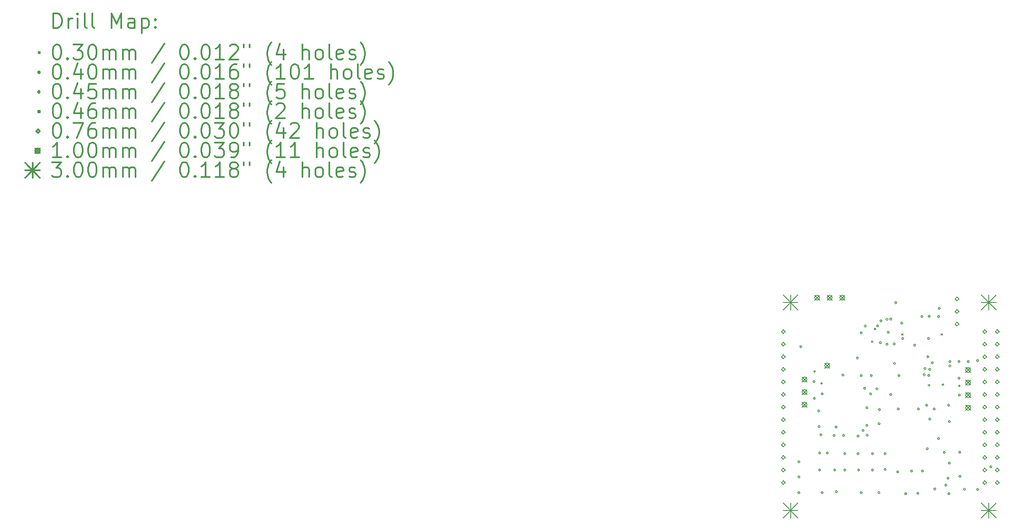
<source format=gbr>
%FSLAX45Y45*%
G04 Gerber Fmt 4.5, Leading zero omitted, Abs format (unit mm)*
G04 Created by KiCad (PCBNEW 4.0.7-e2-6376~61~ubuntu18.04.1) date Wed Aug  1 14:15:46 2018*
%MOMM*%
%LPD*%
G01*
G04 APERTURE LIST*
%ADD10C,0.127000*%
%ADD11C,0.200000*%
%ADD12C,0.300000*%
G04 APERTURE END LIST*
D10*
D11*
X16780750Y-6779500D02*
X16810750Y-6809500D01*
X16810750Y-6779500D02*
X16780750Y-6809500D01*
X16837900Y-6519150D02*
X16867900Y-6549150D01*
X16867900Y-6519150D02*
X16837900Y-6549150D01*
X17390350Y-6633450D02*
X17420350Y-6663450D01*
X17420350Y-6633450D02*
X17390350Y-6663450D01*
X18184100Y-6633450D02*
X18214100Y-6663450D01*
X18214100Y-6633450D02*
X18184100Y-6663450D01*
X15336200Y-9220200D02*
G75*
G03X15336200Y-9220200I-20000J0D01*
G01*
X15336200Y-9525000D02*
G75*
G03X15336200Y-9525000I-20000J0D01*
G01*
X15336200Y-9842500D02*
G75*
G03X15336200Y-9842500I-20000J0D01*
G01*
X15374300Y-6896100D02*
G75*
G03X15374300Y-6896100I-20000J0D01*
G01*
X15641000Y-7600950D02*
G75*
G03X15641000Y-7600950I-20000J0D01*
G01*
X15647350Y-7937500D02*
G75*
G03X15647350Y-7937500I-20000J0D01*
G01*
X15736250Y-8191500D02*
G75*
G03X15736250Y-8191500I-20000J0D01*
G01*
X15742600Y-8509000D02*
G75*
G03X15742600Y-8509000I-20000J0D01*
G01*
X15755300Y-9042400D02*
G75*
G03X15755300Y-9042400I-20000J0D01*
G01*
X15755300Y-9385300D02*
G75*
G03X15755300Y-9385300I-20000J0D01*
G01*
X15780700Y-8674100D02*
G75*
G03X15780700Y-8674100I-20000J0D01*
G01*
X15806100Y-7848600D02*
G75*
G03X15806100Y-7848600I-20000J0D01*
G01*
X15806100Y-9842500D02*
G75*
G03X15806100Y-9842500I-20000J0D01*
G01*
X15907700Y-9042400D02*
G75*
G03X15907700Y-9042400I-20000J0D01*
G01*
X16047400Y-8686800D02*
G75*
G03X16047400Y-8686800I-20000J0D01*
G01*
X16060100Y-9385300D02*
G75*
G03X16060100Y-9385300I-20000J0D01*
G01*
X16085500Y-8515350D02*
G75*
G03X16085500Y-8515350I-20000J0D01*
G01*
X16091850Y-9823450D02*
G75*
G03X16091850Y-9823450I-20000J0D01*
G01*
X16225200Y-7467600D02*
G75*
G03X16225200Y-7467600I-20000J0D01*
G01*
X16237900Y-8686800D02*
G75*
G03X16237900Y-8686800I-20000J0D01*
G01*
X16263300Y-9055100D02*
G75*
G03X16263300Y-9055100I-20000J0D01*
G01*
X16263300Y-9385300D02*
G75*
G03X16263300Y-9385300I-20000J0D01*
G01*
X16517300Y-7124700D02*
G75*
G03X16517300Y-7124700I-20000J0D01*
G01*
X16530000Y-8699500D02*
G75*
G03X16530000Y-8699500I-20000J0D01*
G01*
X16530000Y-9055100D02*
G75*
G03X16530000Y-9055100I-20000J0D01*
G01*
X16542700Y-9385300D02*
G75*
G03X16542700Y-9385300I-20000J0D01*
G01*
X16593500Y-6616700D02*
G75*
G03X16593500Y-6616700I-20000J0D01*
G01*
X16593500Y-7480300D02*
G75*
G03X16593500Y-7480300I-20000J0D01*
G01*
X16593500Y-9842500D02*
G75*
G03X16593500Y-9842500I-20000J0D01*
G01*
X16631600Y-8585200D02*
G75*
G03X16631600Y-8585200I-20000J0D01*
G01*
X16663350Y-7734300D02*
G75*
G03X16663350Y-7734300I-20000J0D01*
G01*
X16676050Y-6477000D02*
G75*
G03X16676050Y-6477000I-20000J0D01*
G01*
X16707800Y-8128000D02*
G75*
G03X16707800Y-8128000I-20000J0D01*
G01*
X16707800Y-8483600D02*
G75*
G03X16707800Y-8483600I-20000J0D01*
G01*
X16714150Y-8680450D02*
G75*
G03X16714150Y-8680450I-20000J0D01*
G01*
X16784000Y-7848600D02*
G75*
G03X16784000Y-7848600I-20000J0D01*
G01*
X16796700Y-7480300D02*
G75*
G03X16796700Y-7480300I-20000J0D01*
G01*
X16822100Y-9055100D02*
G75*
G03X16822100Y-9055100I-20000J0D01*
G01*
X16822100Y-9385300D02*
G75*
G03X16822100Y-9385300I-20000J0D01*
G01*
X16911000Y-7747000D02*
G75*
G03X16911000Y-7747000I-20000J0D01*
G01*
X16923700Y-6477000D02*
G75*
G03X16923700Y-6477000I-20000J0D01*
G01*
X16951100Y-9840500D02*
G75*
G03X16951100Y-9840500I-20000J0D01*
G01*
X16955450Y-8451850D02*
G75*
G03X16955450Y-8451850I-20000J0D01*
G01*
X16961800Y-8166100D02*
G75*
G03X16961800Y-8166100I-20000J0D01*
G01*
X16980850Y-6813550D02*
G75*
G03X16980850Y-6813550I-20000J0D01*
G01*
X16993550Y-6375400D02*
G75*
G03X16993550Y-6375400I-20000J0D01*
G01*
X17076100Y-9055100D02*
G75*
G03X17076100Y-9055100I-20000J0D01*
G01*
X17076100Y-9372600D02*
G75*
G03X17076100Y-9372600I-20000J0D01*
G01*
X17114200Y-6343650D02*
G75*
G03X17114200Y-6343650I-20000J0D01*
G01*
X17114200Y-6845300D02*
G75*
G03X17114200Y-6845300I-20000J0D01*
G01*
X17139600Y-6604000D02*
G75*
G03X17139600Y-6604000I-20000J0D01*
G01*
X17190400Y-6337300D02*
G75*
G03X17190400Y-6337300I-20000J0D01*
G01*
X17190400Y-7861300D02*
G75*
G03X17190400Y-7861300I-20000J0D01*
G01*
X17260250Y-6838950D02*
G75*
G03X17260250Y-6838950I-20000J0D01*
G01*
X17266600Y-7232650D02*
G75*
G03X17266600Y-7232650I-20000J0D01*
G01*
X17292000Y-6007100D02*
G75*
G03X17292000Y-6007100I-20000J0D01*
G01*
X17330100Y-9423400D02*
G75*
G03X17330100Y-9423400I-20000J0D01*
G01*
X17342800Y-8153400D02*
G75*
G03X17342800Y-8153400I-20000J0D01*
G01*
X17355500Y-7480300D02*
G75*
G03X17355500Y-7480300I-20000J0D01*
G01*
X17412650Y-6419850D02*
G75*
G03X17412650Y-6419850I-20000J0D01*
G01*
X17431700Y-6731000D02*
G75*
G03X17431700Y-6731000I-20000J0D01*
G01*
X17609500Y-9404350D02*
G75*
G03X17609500Y-9404350I-20000J0D01*
G01*
X17673000Y-6864350D02*
G75*
G03X17673000Y-6864350I-20000J0D01*
G01*
X17736500Y-9855200D02*
G75*
G03X17736500Y-9855200I-20000J0D01*
G01*
X17749200Y-8153400D02*
G75*
G03X17749200Y-8153400I-20000J0D01*
G01*
X17819050Y-6286500D02*
G75*
G03X17819050Y-6286500I-20000J0D01*
G01*
X17831750Y-9404350D02*
G75*
G03X17831750Y-9404350I-20000J0D01*
G01*
X17863500Y-7461250D02*
G75*
G03X17863500Y-7461250I-20000J0D01*
G01*
X17882550Y-7334250D02*
G75*
G03X17882550Y-7334250I-20000J0D01*
G01*
X17914300Y-8077200D02*
G75*
G03X17914300Y-8077200I-20000J0D01*
G01*
X17927000Y-8955500D02*
G75*
G03X17927000Y-8955500I-20000J0D01*
G01*
X17939700Y-7099300D02*
G75*
G03X17939700Y-7099300I-20000J0D01*
G01*
X17952400Y-6731000D02*
G75*
G03X17952400Y-6731000I-20000J0D01*
G01*
X17958750Y-7473950D02*
G75*
G03X17958750Y-7473950I-20000J0D01*
G01*
X17965100Y-6280150D02*
G75*
G03X17965100Y-6280150I-20000J0D01*
G01*
X17977800Y-7353300D02*
G75*
G03X17977800Y-7353300I-20000J0D01*
G01*
X17977800Y-8356600D02*
G75*
G03X17977800Y-8356600I-20000J0D01*
G01*
X18028600Y-7219950D02*
G75*
G03X18028600Y-7219950I-20000J0D01*
G01*
X18066700Y-8153400D02*
G75*
G03X18066700Y-8153400I-20000J0D01*
G01*
X18079400Y-9766300D02*
G75*
G03X18079400Y-9766300I-20000J0D01*
G01*
X18155600Y-6286500D02*
G75*
G03X18155600Y-6286500I-20000J0D01*
G01*
X18155600Y-8750300D02*
G75*
G03X18155600Y-8750300I-20000J0D01*
G01*
X18168300Y-6121400D02*
G75*
G03X18168300Y-6121400I-20000J0D01*
G01*
X18269900Y-9029700D02*
G75*
G03X18269900Y-9029700I-20000J0D01*
G01*
X18301650Y-9690100D02*
G75*
G03X18301650Y-9690100I-20000J0D01*
G01*
X18346100Y-9550400D02*
G75*
G03X18346100Y-9550400I-20000J0D01*
G01*
X18358800Y-8077200D02*
G75*
G03X18358800Y-8077200I-20000J0D01*
G01*
X18371500Y-8407400D02*
G75*
G03X18371500Y-8407400I-20000J0D01*
G01*
X18371500Y-9245600D02*
G75*
G03X18371500Y-9245600I-20000J0D01*
G01*
X18384200Y-7194550D02*
G75*
G03X18384200Y-7194550I-20000J0D01*
G01*
X18384200Y-7283450D02*
G75*
G03X18384200Y-7283450I-20000J0D01*
G01*
X18568350Y-7194550D02*
G75*
G03X18568350Y-7194550I-20000J0D01*
G01*
X18568350Y-7531100D02*
G75*
G03X18568350Y-7531100I-20000J0D01*
G01*
X18574700Y-7874000D02*
G75*
G03X18574700Y-7874000I-20000J0D01*
G01*
X18582700Y-9025000D02*
G75*
G03X18582700Y-9025000I-20000J0D01*
G01*
X18587400Y-9512300D02*
G75*
G03X18587400Y-9512300I-20000J0D01*
G01*
X18676300Y-9772650D02*
G75*
G03X18676300Y-9772650I-20000J0D01*
G01*
X18752500Y-7194550D02*
G75*
G03X18752500Y-7194550I-20000J0D01*
G01*
X18943000Y-7175500D02*
G75*
G03X18943000Y-7175500I-20000J0D01*
G01*
X18943000Y-9779000D02*
G75*
G03X18943000Y-9779000I-20000J0D01*
G01*
X19209700Y-9321800D02*
G75*
G03X19209700Y-9321800I-20000J0D01*
G01*
X15633700Y-7368900D02*
X15633700Y-7413900D01*
X15611200Y-7391400D02*
X15656200Y-7391400D01*
X15773400Y-7610200D02*
X15773400Y-7655200D01*
X15750900Y-7632700D02*
X15795900Y-7632700D01*
X17945100Y-7648300D02*
X17945100Y-7693300D01*
X17922600Y-7670800D02*
X17967600Y-7670800D01*
X18224500Y-7635600D02*
X18224500Y-7680600D01*
X18202000Y-7658100D02*
X18247000Y-7658100D01*
X18554700Y-7661000D02*
X18554700Y-7706000D01*
X18532200Y-7683500D02*
X18577200Y-7683500D01*
X17485264Y-9877264D02*
X17485264Y-9844736D01*
X17452736Y-9844736D01*
X17452736Y-9877264D01*
X17485264Y-9877264D01*
X18361264Y-9877264D02*
X18361264Y-9844736D01*
X18328736Y-9844736D01*
X18328736Y-9877264D01*
X18361264Y-9877264D01*
X15004110Y-6628460D02*
X15042210Y-6590360D01*
X15004110Y-6552260D01*
X14966010Y-6590360D01*
X15004110Y-6628460D01*
X15004110Y-6882460D02*
X15042210Y-6844360D01*
X15004110Y-6806260D01*
X14966010Y-6844360D01*
X15004110Y-6882460D01*
X15004110Y-7136460D02*
X15042210Y-7098360D01*
X15004110Y-7060260D01*
X14966010Y-7098360D01*
X15004110Y-7136460D01*
X15004110Y-7390460D02*
X15042210Y-7352360D01*
X15004110Y-7314260D01*
X14966010Y-7352360D01*
X15004110Y-7390460D01*
X15004110Y-7644460D02*
X15042210Y-7606360D01*
X15004110Y-7568260D01*
X14966010Y-7606360D01*
X15004110Y-7644460D01*
X15004110Y-7898460D02*
X15042210Y-7860360D01*
X15004110Y-7822260D01*
X14966010Y-7860360D01*
X15004110Y-7898460D01*
X15004110Y-8152460D02*
X15042210Y-8114360D01*
X15004110Y-8076260D01*
X14966010Y-8114360D01*
X15004110Y-8152460D01*
X15004110Y-8406460D02*
X15042210Y-8368360D01*
X15004110Y-8330260D01*
X14966010Y-8368360D01*
X15004110Y-8406460D01*
X15004110Y-8660460D02*
X15042210Y-8622360D01*
X15004110Y-8584260D01*
X14966010Y-8622360D01*
X15004110Y-8660460D01*
X15004110Y-8914460D02*
X15042210Y-8876360D01*
X15004110Y-8838260D01*
X14966010Y-8876360D01*
X15004110Y-8914460D01*
X15004110Y-9168460D02*
X15042210Y-9130360D01*
X15004110Y-9092260D01*
X14966010Y-9130360D01*
X15004110Y-9168460D01*
X15004110Y-9422460D02*
X15042210Y-9384360D01*
X15004110Y-9346260D01*
X14966010Y-9384360D01*
X15004110Y-9422460D01*
X15004110Y-9676460D02*
X15042210Y-9638360D01*
X15004110Y-9600260D01*
X14966010Y-9638360D01*
X15004110Y-9676460D01*
X18506110Y-5970460D02*
X18544210Y-5932360D01*
X18506110Y-5894260D01*
X18468010Y-5932360D01*
X18506110Y-5970460D01*
X18506110Y-6224460D02*
X18544210Y-6186360D01*
X18506110Y-6148260D01*
X18468010Y-6186360D01*
X18506110Y-6224460D01*
X18506110Y-6478460D02*
X18544210Y-6440360D01*
X18506110Y-6402260D01*
X18468010Y-6440360D01*
X18506110Y-6478460D01*
X19068110Y-6628460D02*
X19106210Y-6590360D01*
X19068110Y-6552260D01*
X19030010Y-6590360D01*
X19068110Y-6628460D01*
X19068110Y-6882460D02*
X19106210Y-6844360D01*
X19068110Y-6806260D01*
X19030010Y-6844360D01*
X19068110Y-6882460D01*
X19068110Y-7136460D02*
X19106210Y-7098360D01*
X19068110Y-7060260D01*
X19030010Y-7098360D01*
X19068110Y-7136460D01*
X19068110Y-7390460D02*
X19106210Y-7352360D01*
X19068110Y-7314260D01*
X19030010Y-7352360D01*
X19068110Y-7390460D01*
X19068110Y-7644460D02*
X19106210Y-7606360D01*
X19068110Y-7568260D01*
X19030010Y-7606360D01*
X19068110Y-7644460D01*
X19068110Y-7898460D02*
X19106210Y-7860360D01*
X19068110Y-7822260D01*
X19030010Y-7860360D01*
X19068110Y-7898460D01*
X19068110Y-8152460D02*
X19106210Y-8114360D01*
X19068110Y-8076260D01*
X19030010Y-8114360D01*
X19068110Y-8152460D01*
X19068110Y-8406460D02*
X19106210Y-8368360D01*
X19068110Y-8330260D01*
X19030010Y-8368360D01*
X19068110Y-8406460D01*
X19068110Y-8660460D02*
X19106210Y-8622360D01*
X19068110Y-8584260D01*
X19030010Y-8622360D01*
X19068110Y-8660460D01*
X19068110Y-8914460D02*
X19106210Y-8876360D01*
X19068110Y-8838260D01*
X19030010Y-8876360D01*
X19068110Y-8914460D01*
X19068110Y-9168460D02*
X19106210Y-9130360D01*
X19068110Y-9092260D01*
X19030010Y-9130360D01*
X19068110Y-9168460D01*
X19068110Y-9422460D02*
X19106210Y-9384360D01*
X19068110Y-9346260D01*
X19030010Y-9384360D01*
X19068110Y-9422460D01*
X19068110Y-9676460D02*
X19106210Y-9638360D01*
X19068110Y-9600260D01*
X19030010Y-9638360D01*
X19068110Y-9676460D01*
X19322110Y-6628460D02*
X19360210Y-6590360D01*
X19322110Y-6552260D01*
X19284010Y-6590360D01*
X19322110Y-6628460D01*
X19322110Y-6882460D02*
X19360210Y-6844360D01*
X19322110Y-6806260D01*
X19284010Y-6844360D01*
X19322110Y-6882460D01*
X19322110Y-7136460D02*
X19360210Y-7098360D01*
X19322110Y-7060260D01*
X19284010Y-7098360D01*
X19322110Y-7136460D01*
X19322110Y-7390460D02*
X19360210Y-7352360D01*
X19322110Y-7314260D01*
X19284010Y-7352360D01*
X19322110Y-7390460D01*
X19322110Y-7644460D02*
X19360210Y-7606360D01*
X19322110Y-7568260D01*
X19284010Y-7606360D01*
X19322110Y-7644460D01*
X19322110Y-7898460D02*
X19360210Y-7860360D01*
X19322110Y-7822260D01*
X19284010Y-7860360D01*
X19322110Y-7898460D01*
X19322110Y-8152460D02*
X19360210Y-8114360D01*
X19322110Y-8076260D01*
X19284010Y-8114360D01*
X19322110Y-8152460D01*
X19322110Y-8406460D02*
X19360210Y-8368360D01*
X19322110Y-8330260D01*
X19284010Y-8368360D01*
X19322110Y-8406460D01*
X19322110Y-8660460D02*
X19360210Y-8622360D01*
X19322110Y-8584260D01*
X19284010Y-8622360D01*
X19322110Y-8660460D01*
X19322110Y-8914460D02*
X19360210Y-8876360D01*
X19322110Y-8838260D01*
X19284010Y-8876360D01*
X19322110Y-8914460D01*
X19322110Y-9168460D02*
X19360210Y-9130360D01*
X19322110Y-9092260D01*
X19284010Y-9130360D01*
X19322110Y-9168460D01*
X19322110Y-9422460D02*
X19360210Y-9384360D01*
X19322110Y-9346260D01*
X19284010Y-9384360D01*
X19322110Y-9422460D01*
X19322110Y-9676460D02*
X19360210Y-9638360D01*
X19322110Y-9600260D01*
X19284010Y-9638360D01*
X19322110Y-9676460D01*
X15380500Y-7506500D02*
X15480500Y-7606500D01*
X15480500Y-7506500D02*
X15380500Y-7606500D01*
X15480500Y-7556500D02*
G75*
G03X15480500Y-7556500I-50000J0D01*
G01*
X15380500Y-7760500D02*
X15480500Y-7860500D01*
X15480500Y-7760500D02*
X15380500Y-7860500D01*
X15480500Y-7810500D02*
G75*
G03X15480500Y-7810500I-50000J0D01*
G01*
X15380500Y-8014500D02*
X15480500Y-8114500D01*
X15480500Y-8014500D02*
X15380500Y-8114500D01*
X15480500Y-8064500D02*
G75*
G03X15480500Y-8064500I-50000J0D01*
G01*
X15634500Y-5855500D02*
X15734500Y-5955500D01*
X15734500Y-5855500D02*
X15634500Y-5955500D01*
X15734500Y-5905500D02*
G75*
G03X15734500Y-5905500I-50000J0D01*
G01*
X15837700Y-7227100D02*
X15937700Y-7327100D01*
X15937700Y-7227100D02*
X15837700Y-7327100D01*
X15937700Y-7277100D02*
G75*
G03X15937700Y-7277100I-50000J0D01*
G01*
X15888500Y-5855500D02*
X15988500Y-5955500D01*
X15988500Y-5855500D02*
X15888500Y-5955500D01*
X15988500Y-5905500D02*
G75*
G03X15988500Y-5905500I-50000J0D01*
G01*
X16142500Y-5855500D02*
X16242500Y-5955500D01*
X16242500Y-5855500D02*
X16142500Y-5955500D01*
X16242500Y-5905500D02*
G75*
G03X16242500Y-5905500I-50000J0D01*
G01*
X18682500Y-7316000D02*
X18782500Y-7416000D01*
X18782500Y-7316000D02*
X18682500Y-7416000D01*
X18782500Y-7366000D02*
G75*
G03X18782500Y-7366000I-50000J0D01*
G01*
X18682500Y-7570000D02*
X18782500Y-7670000D01*
X18782500Y-7570000D02*
X18682500Y-7670000D01*
X18782500Y-7620000D02*
G75*
G03X18782500Y-7620000I-50000J0D01*
G01*
X18682500Y-7824000D02*
X18782500Y-7924000D01*
X18782500Y-7824000D02*
X18682500Y-7924000D01*
X18782500Y-7874000D02*
G75*
G03X18782500Y-7874000I-50000J0D01*
G01*
X18682500Y-8078000D02*
X18782500Y-8178000D01*
X18782500Y-8078000D02*
X18682500Y-8178000D01*
X18782500Y-8128000D02*
G75*
G03X18782500Y-8128000I-50000J0D01*
G01*
X15000110Y-5850360D02*
X15300110Y-6150360D01*
X15300110Y-5850360D02*
X15000110Y-6150360D01*
X15150110Y-5850360D02*
X15150110Y-6150360D01*
X15000110Y-6000360D02*
X15300110Y-6000360D01*
X15000110Y-10050360D02*
X15300110Y-10350360D01*
X15300110Y-10050360D02*
X15000110Y-10350360D01*
X15150110Y-10050360D02*
X15150110Y-10350360D01*
X15000110Y-10200360D02*
X15300110Y-10200360D01*
X19000110Y-5850360D02*
X19300110Y-6150360D01*
X19300110Y-5850360D02*
X19000110Y-6150360D01*
X19150110Y-5850360D02*
X19150110Y-6150360D01*
X19000110Y-6000360D02*
X19300110Y-6000360D01*
X19000110Y-10050360D02*
X19300110Y-10350360D01*
X19300110Y-10050360D02*
X19000110Y-10350360D01*
X19150110Y-10050360D02*
X19150110Y-10350360D01*
X19000110Y-10200360D02*
X19300110Y-10200360D01*
D12*
X271429Y-465714D02*
X271429Y-165714D01*
X342857Y-165714D01*
X385714Y-180000D01*
X414286Y-208571D01*
X428571Y-237143D01*
X442857Y-294286D01*
X442857Y-337143D01*
X428571Y-394286D01*
X414286Y-422857D01*
X385714Y-451429D01*
X342857Y-465714D01*
X271429Y-465714D01*
X571429Y-465714D02*
X571429Y-265714D01*
X571429Y-322857D02*
X585714Y-294286D01*
X600000Y-280000D01*
X628571Y-265714D01*
X657143Y-265714D01*
X757143Y-465714D02*
X757143Y-265714D01*
X757143Y-165714D02*
X742857Y-180000D01*
X757143Y-194286D01*
X771429Y-180000D01*
X757143Y-165714D01*
X757143Y-194286D01*
X942857Y-465714D02*
X914286Y-451429D01*
X900000Y-422857D01*
X900000Y-165714D01*
X1100000Y-465714D02*
X1071429Y-451429D01*
X1057143Y-422857D01*
X1057143Y-165714D01*
X1442857Y-465714D02*
X1442857Y-165714D01*
X1542857Y-380000D01*
X1642857Y-165714D01*
X1642857Y-465714D01*
X1914286Y-465714D02*
X1914286Y-308571D01*
X1900000Y-280000D01*
X1871429Y-265714D01*
X1814286Y-265714D01*
X1785714Y-280000D01*
X1914286Y-451429D02*
X1885714Y-465714D01*
X1814286Y-465714D01*
X1785714Y-451429D01*
X1771429Y-422857D01*
X1771429Y-394286D01*
X1785714Y-365714D01*
X1814286Y-351429D01*
X1885714Y-351429D01*
X1914286Y-337143D01*
X2057143Y-265714D02*
X2057143Y-565714D01*
X2057143Y-280000D02*
X2085714Y-265714D01*
X2142857Y-265714D01*
X2171429Y-280000D01*
X2185714Y-294286D01*
X2200000Y-322857D01*
X2200000Y-408571D01*
X2185714Y-437143D01*
X2171429Y-451429D01*
X2142857Y-465714D01*
X2085714Y-465714D01*
X2057143Y-451429D01*
X2328572Y-437143D02*
X2342857Y-451429D01*
X2328572Y-465714D01*
X2314286Y-451429D01*
X2328572Y-437143D01*
X2328572Y-465714D01*
X2328572Y-280000D02*
X2342857Y-294286D01*
X2328572Y-308571D01*
X2314286Y-294286D01*
X2328572Y-280000D01*
X2328572Y-308571D01*
X-30000Y-945000D02*
X0Y-975000D01*
X0Y-945000D02*
X-30000Y-975000D01*
X328571Y-795714D02*
X357143Y-795714D01*
X385714Y-810000D01*
X400000Y-824286D01*
X414286Y-852857D01*
X428571Y-910000D01*
X428571Y-981429D01*
X414286Y-1038571D01*
X400000Y-1067143D01*
X385714Y-1081429D01*
X357143Y-1095714D01*
X328571Y-1095714D01*
X300000Y-1081429D01*
X285714Y-1067143D01*
X271429Y-1038571D01*
X257143Y-981429D01*
X257143Y-910000D01*
X271429Y-852857D01*
X285714Y-824286D01*
X300000Y-810000D01*
X328571Y-795714D01*
X557143Y-1067143D02*
X571429Y-1081429D01*
X557143Y-1095714D01*
X542857Y-1081429D01*
X557143Y-1067143D01*
X557143Y-1095714D01*
X671429Y-795714D02*
X857143Y-795714D01*
X757143Y-910000D01*
X800000Y-910000D01*
X828571Y-924286D01*
X842857Y-938571D01*
X857143Y-967143D01*
X857143Y-1038571D01*
X842857Y-1067143D01*
X828571Y-1081429D01*
X800000Y-1095714D01*
X714286Y-1095714D01*
X685714Y-1081429D01*
X671429Y-1067143D01*
X1042857Y-795714D02*
X1071429Y-795714D01*
X1100000Y-810000D01*
X1114286Y-824286D01*
X1128571Y-852857D01*
X1142857Y-910000D01*
X1142857Y-981429D01*
X1128571Y-1038571D01*
X1114286Y-1067143D01*
X1100000Y-1081429D01*
X1071429Y-1095714D01*
X1042857Y-1095714D01*
X1014286Y-1081429D01*
X1000000Y-1067143D01*
X985714Y-1038571D01*
X971429Y-981429D01*
X971429Y-910000D01*
X985714Y-852857D01*
X1000000Y-824286D01*
X1014286Y-810000D01*
X1042857Y-795714D01*
X1271429Y-1095714D02*
X1271429Y-895714D01*
X1271429Y-924286D02*
X1285714Y-910000D01*
X1314286Y-895714D01*
X1357143Y-895714D01*
X1385714Y-910000D01*
X1400000Y-938571D01*
X1400000Y-1095714D01*
X1400000Y-938571D02*
X1414286Y-910000D01*
X1442857Y-895714D01*
X1485714Y-895714D01*
X1514286Y-910000D01*
X1528571Y-938571D01*
X1528571Y-1095714D01*
X1671429Y-1095714D02*
X1671429Y-895714D01*
X1671429Y-924286D02*
X1685714Y-910000D01*
X1714286Y-895714D01*
X1757143Y-895714D01*
X1785714Y-910000D01*
X1800000Y-938571D01*
X1800000Y-1095714D01*
X1800000Y-938571D02*
X1814286Y-910000D01*
X1842857Y-895714D01*
X1885714Y-895714D01*
X1914286Y-910000D01*
X1928571Y-938571D01*
X1928571Y-1095714D01*
X2514286Y-781429D02*
X2257143Y-1167143D01*
X2900000Y-795714D02*
X2928571Y-795714D01*
X2957143Y-810000D01*
X2971428Y-824286D01*
X2985714Y-852857D01*
X3000000Y-910000D01*
X3000000Y-981429D01*
X2985714Y-1038571D01*
X2971428Y-1067143D01*
X2957143Y-1081429D01*
X2928571Y-1095714D01*
X2900000Y-1095714D01*
X2871428Y-1081429D01*
X2857143Y-1067143D01*
X2842857Y-1038571D01*
X2828571Y-981429D01*
X2828571Y-910000D01*
X2842857Y-852857D01*
X2857143Y-824286D01*
X2871428Y-810000D01*
X2900000Y-795714D01*
X3128571Y-1067143D02*
X3142857Y-1081429D01*
X3128571Y-1095714D01*
X3114286Y-1081429D01*
X3128571Y-1067143D01*
X3128571Y-1095714D01*
X3328571Y-795714D02*
X3357143Y-795714D01*
X3385714Y-810000D01*
X3400000Y-824286D01*
X3414286Y-852857D01*
X3428571Y-910000D01*
X3428571Y-981429D01*
X3414286Y-1038571D01*
X3400000Y-1067143D01*
X3385714Y-1081429D01*
X3357143Y-1095714D01*
X3328571Y-1095714D01*
X3300000Y-1081429D01*
X3285714Y-1067143D01*
X3271428Y-1038571D01*
X3257143Y-981429D01*
X3257143Y-910000D01*
X3271428Y-852857D01*
X3285714Y-824286D01*
X3300000Y-810000D01*
X3328571Y-795714D01*
X3714286Y-1095714D02*
X3542857Y-1095714D01*
X3628571Y-1095714D02*
X3628571Y-795714D01*
X3600000Y-838571D01*
X3571428Y-867143D01*
X3542857Y-881429D01*
X3828571Y-824286D02*
X3842857Y-810000D01*
X3871428Y-795714D01*
X3942857Y-795714D01*
X3971428Y-810000D01*
X3985714Y-824286D01*
X4000000Y-852857D01*
X4000000Y-881429D01*
X3985714Y-924286D01*
X3814286Y-1095714D01*
X4000000Y-1095714D01*
X4114286Y-795714D02*
X4114286Y-852857D01*
X4228571Y-795714D02*
X4228571Y-852857D01*
X4671429Y-1210000D02*
X4657143Y-1195714D01*
X4628571Y-1152857D01*
X4614286Y-1124286D01*
X4600000Y-1081429D01*
X4585714Y-1010000D01*
X4585714Y-952857D01*
X4600000Y-881429D01*
X4614286Y-838571D01*
X4628571Y-810000D01*
X4657143Y-767143D01*
X4671429Y-752857D01*
X4914286Y-895714D02*
X4914286Y-1095714D01*
X4842857Y-781429D02*
X4771429Y-995714D01*
X4957143Y-995714D01*
X5300000Y-1095714D02*
X5300000Y-795714D01*
X5428571Y-1095714D02*
X5428571Y-938571D01*
X5414286Y-910000D01*
X5385714Y-895714D01*
X5342857Y-895714D01*
X5314286Y-910000D01*
X5300000Y-924286D01*
X5614286Y-1095714D02*
X5585714Y-1081429D01*
X5571429Y-1067143D01*
X5557143Y-1038571D01*
X5557143Y-952857D01*
X5571429Y-924286D01*
X5585714Y-910000D01*
X5614286Y-895714D01*
X5657143Y-895714D01*
X5685714Y-910000D01*
X5700000Y-924286D01*
X5714286Y-952857D01*
X5714286Y-1038571D01*
X5700000Y-1067143D01*
X5685714Y-1081429D01*
X5657143Y-1095714D01*
X5614286Y-1095714D01*
X5885714Y-1095714D02*
X5857143Y-1081429D01*
X5842857Y-1052857D01*
X5842857Y-795714D01*
X6114286Y-1081429D02*
X6085714Y-1095714D01*
X6028571Y-1095714D01*
X6000000Y-1081429D01*
X5985714Y-1052857D01*
X5985714Y-938571D01*
X6000000Y-910000D01*
X6028571Y-895714D01*
X6085714Y-895714D01*
X6114286Y-910000D01*
X6128571Y-938571D01*
X6128571Y-967143D01*
X5985714Y-995714D01*
X6242857Y-1081429D02*
X6271429Y-1095714D01*
X6328571Y-1095714D01*
X6357143Y-1081429D01*
X6371429Y-1052857D01*
X6371429Y-1038571D01*
X6357143Y-1010000D01*
X6328571Y-995714D01*
X6285714Y-995714D01*
X6257143Y-981429D01*
X6242857Y-952857D01*
X6242857Y-938571D01*
X6257143Y-910000D01*
X6285714Y-895714D01*
X6328571Y-895714D01*
X6357143Y-910000D01*
X6471428Y-1210000D02*
X6485714Y-1195714D01*
X6514286Y-1152857D01*
X6528571Y-1124286D01*
X6542857Y-1081429D01*
X6557143Y-1010000D01*
X6557143Y-952857D01*
X6542857Y-881429D01*
X6528571Y-838571D01*
X6514286Y-810000D01*
X6485714Y-767143D01*
X6471428Y-752857D01*
X0Y-1356000D02*
G75*
G03X0Y-1356000I-20000J0D01*
G01*
X328571Y-1191714D02*
X357143Y-1191714D01*
X385714Y-1206000D01*
X400000Y-1220286D01*
X414286Y-1248857D01*
X428571Y-1306000D01*
X428571Y-1377429D01*
X414286Y-1434571D01*
X400000Y-1463143D01*
X385714Y-1477429D01*
X357143Y-1491714D01*
X328571Y-1491714D01*
X300000Y-1477429D01*
X285714Y-1463143D01*
X271429Y-1434571D01*
X257143Y-1377429D01*
X257143Y-1306000D01*
X271429Y-1248857D01*
X285714Y-1220286D01*
X300000Y-1206000D01*
X328571Y-1191714D01*
X557143Y-1463143D02*
X571429Y-1477429D01*
X557143Y-1491714D01*
X542857Y-1477429D01*
X557143Y-1463143D01*
X557143Y-1491714D01*
X828571Y-1291714D02*
X828571Y-1491714D01*
X757143Y-1177429D02*
X685714Y-1391714D01*
X871428Y-1391714D01*
X1042857Y-1191714D02*
X1071429Y-1191714D01*
X1100000Y-1206000D01*
X1114286Y-1220286D01*
X1128571Y-1248857D01*
X1142857Y-1306000D01*
X1142857Y-1377429D01*
X1128571Y-1434571D01*
X1114286Y-1463143D01*
X1100000Y-1477429D01*
X1071429Y-1491714D01*
X1042857Y-1491714D01*
X1014286Y-1477429D01*
X1000000Y-1463143D01*
X985714Y-1434571D01*
X971429Y-1377429D01*
X971429Y-1306000D01*
X985714Y-1248857D01*
X1000000Y-1220286D01*
X1014286Y-1206000D01*
X1042857Y-1191714D01*
X1271429Y-1491714D02*
X1271429Y-1291714D01*
X1271429Y-1320286D02*
X1285714Y-1306000D01*
X1314286Y-1291714D01*
X1357143Y-1291714D01*
X1385714Y-1306000D01*
X1400000Y-1334571D01*
X1400000Y-1491714D01*
X1400000Y-1334571D02*
X1414286Y-1306000D01*
X1442857Y-1291714D01*
X1485714Y-1291714D01*
X1514286Y-1306000D01*
X1528571Y-1334571D01*
X1528571Y-1491714D01*
X1671429Y-1491714D02*
X1671429Y-1291714D01*
X1671429Y-1320286D02*
X1685714Y-1306000D01*
X1714286Y-1291714D01*
X1757143Y-1291714D01*
X1785714Y-1306000D01*
X1800000Y-1334571D01*
X1800000Y-1491714D01*
X1800000Y-1334571D02*
X1814286Y-1306000D01*
X1842857Y-1291714D01*
X1885714Y-1291714D01*
X1914286Y-1306000D01*
X1928571Y-1334571D01*
X1928571Y-1491714D01*
X2514286Y-1177429D02*
X2257143Y-1563143D01*
X2900000Y-1191714D02*
X2928571Y-1191714D01*
X2957143Y-1206000D01*
X2971428Y-1220286D01*
X2985714Y-1248857D01*
X3000000Y-1306000D01*
X3000000Y-1377429D01*
X2985714Y-1434571D01*
X2971428Y-1463143D01*
X2957143Y-1477429D01*
X2928571Y-1491714D01*
X2900000Y-1491714D01*
X2871428Y-1477429D01*
X2857143Y-1463143D01*
X2842857Y-1434571D01*
X2828571Y-1377429D01*
X2828571Y-1306000D01*
X2842857Y-1248857D01*
X2857143Y-1220286D01*
X2871428Y-1206000D01*
X2900000Y-1191714D01*
X3128571Y-1463143D02*
X3142857Y-1477429D01*
X3128571Y-1491714D01*
X3114286Y-1477429D01*
X3128571Y-1463143D01*
X3128571Y-1491714D01*
X3328571Y-1191714D02*
X3357143Y-1191714D01*
X3385714Y-1206000D01*
X3400000Y-1220286D01*
X3414286Y-1248857D01*
X3428571Y-1306000D01*
X3428571Y-1377429D01*
X3414286Y-1434571D01*
X3400000Y-1463143D01*
X3385714Y-1477429D01*
X3357143Y-1491714D01*
X3328571Y-1491714D01*
X3300000Y-1477429D01*
X3285714Y-1463143D01*
X3271428Y-1434571D01*
X3257143Y-1377429D01*
X3257143Y-1306000D01*
X3271428Y-1248857D01*
X3285714Y-1220286D01*
X3300000Y-1206000D01*
X3328571Y-1191714D01*
X3714286Y-1491714D02*
X3542857Y-1491714D01*
X3628571Y-1491714D02*
X3628571Y-1191714D01*
X3600000Y-1234571D01*
X3571428Y-1263143D01*
X3542857Y-1277429D01*
X3971428Y-1191714D02*
X3914286Y-1191714D01*
X3885714Y-1206000D01*
X3871428Y-1220286D01*
X3842857Y-1263143D01*
X3828571Y-1320286D01*
X3828571Y-1434571D01*
X3842857Y-1463143D01*
X3857143Y-1477429D01*
X3885714Y-1491714D01*
X3942857Y-1491714D01*
X3971428Y-1477429D01*
X3985714Y-1463143D01*
X4000000Y-1434571D01*
X4000000Y-1363143D01*
X3985714Y-1334571D01*
X3971428Y-1320286D01*
X3942857Y-1306000D01*
X3885714Y-1306000D01*
X3857143Y-1320286D01*
X3842857Y-1334571D01*
X3828571Y-1363143D01*
X4114286Y-1191714D02*
X4114286Y-1248857D01*
X4228571Y-1191714D02*
X4228571Y-1248857D01*
X4671429Y-1606000D02*
X4657143Y-1591714D01*
X4628571Y-1548857D01*
X4614286Y-1520286D01*
X4600000Y-1477429D01*
X4585714Y-1406000D01*
X4585714Y-1348857D01*
X4600000Y-1277429D01*
X4614286Y-1234571D01*
X4628571Y-1206000D01*
X4657143Y-1163143D01*
X4671429Y-1148857D01*
X4942857Y-1491714D02*
X4771429Y-1491714D01*
X4857143Y-1491714D02*
X4857143Y-1191714D01*
X4828571Y-1234571D01*
X4800000Y-1263143D01*
X4771429Y-1277429D01*
X5128571Y-1191714D02*
X5157143Y-1191714D01*
X5185714Y-1206000D01*
X5200000Y-1220286D01*
X5214286Y-1248857D01*
X5228571Y-1306000D01*
X5228571Y-1377429D01*
X5214286Y-1434571D01*
X5200000Y-1463143D01*
X5185714Y-1477429D01*
X5157143Y-1491714D01*
X5128571Y-1491714D01*
X5100000Y-1477429D01*
X5085714Y-1463143D01*
X5071429Y-1434571D01*
X5057143Y-1377429D01*
X5057143Y-1306000D01*
X5071429Y-1248857D01*
X5085714Y-1220286D01*
X5100000Y-1206000D01*
X5128571Y-1191714D01*
X5514286Y-1491714D02*
X5342857Y-1491714D01*
X5428571Y-1491714D02*
X5428571Y-1191714D01*
X5400000Y-1234571D01*
X5371429Y-1263143D01*
X5342857Y-1277429D01*
X5871428Y-1491714D02*
X5871428Y-1191714D01*
X6000000Y-1491714D02*
X6000000Y-1334571D01*
X5985714Y-1306000D01*
X5957143Y-1291714D01*
X5914286Y-1291714D01*
X5885714Y-1306000D01*
X5871428Y-1320286D01*
X6185714Y-1491714D02*
X6157143Y-1477429D01*
X6142857Y-1463143D01*
X6128571Y-1434571D01*
X6128571Y-1348857D01*
X6142857Y-1320286D01*
X6157143Y-1306000D01*
X6185714Y-1291714D01*
X6228571Y-1291714D01*
X6257143Y-1306000D01*
X6271428Y-1320286D01*
X6285714Y-1348857D01*
X6285714Y-1434571D01*
X6271428Y-1463143D01*
X6257143Y-1477429D01*
X6228571Y-1491714D01*
X6185714Y-1491714D01*
X6457143Y-1491714D02*
X6428571Y-1477429D01*
X6414286Y-1448857D01*
X6414286Y-1191714D01*
X6685714Y-1477429D02*
X6657143Y-1491714D01*
X6600000Y-1491714D01*
X6571429Y-1477429D01*
X6557143Y-1448857D01*
X6557143Y-1334571D01*
X6571429Y-1306000D01*
X6600000Y-1291714D01*
X6657143Y-1291714D01*
X6685714Y-1306000D01*
X6700000Y-1334571D01*
X6700000Y-1363143D01*
X6557143Y-1391714D01*
X6814286Y-1477429D02*
X6842857Y-1491714D01*
X6900000Y-1491714D01*
X6928571Y-1477429D01*
X6942857Y-1448857D01*
X6942857Y-1434571D01*
X6928571Y-1406000D01*
X6900000Y-1391714D01*
X6857143Y-1391714D01*
X6828571Y-1377429D01*
X6814286Y-1348857D01*
X6814286Y-1334571D01*
X6828571Y-1306000D01*
X6857143Y-1291714D01*
X6900000Y-1291714D01*
X6928571Y-1306000D01*
X7042857Y-1606000D02*
X7057143Y-1591714D01*
X7085714Y-1548857D01*
X7100000Y-1520286D01*
X7114286Y-1477429D01*
X7128571Y-1406000D01*
X7128571Y-1348857D01*
X7114286Y-1277429D01*
X7100000Y-1234571D01*
X7085714Y-1206000D01*
X7057143Y-1163143D01*
X7042857Y-1148857D01*
X-22500Y-1729500D02*
X-22500Y-1774500D01*
X-45000Y-1752000D02*
X0Y-1752000D01*
X328571Y-1587714D02*
X357143Y-1587714D01*
X385714Y-1602000D01*
X400000Y-1616286D01*
X414286Y-1644857D01*
X428571Y-1702000D01*
X428571Y-1773429D01*
X414286Y-1830571D01*
X400000Y-1859143D01*
X385714Y-1873429D01*
X357143Y-1887714D01*
X328571Y-1887714D01*
X300000Y-1873429D01*
X285714Y-1859143D01*
X271429Y-1830571D01*
X257143Y-1773429D01*
X257143Y-1702000D01*
X271429Y-1644857D01*
X285714Y-1616286D01*
X300000Y-1602000D01*
X328571Y-1587714D01*
X557143Y-1859143D02*
X571429Y-1873429D01*
X557143Y-1887714D01*
X542857Y-1873429D01*
X557143Y-1859143D01*
X557143Y-1887714D01*
X828571Y-1687714D02*
X828571Y-1887714D01*
X757143Y-1573429D02*
X685714Y-1787714D01*
X871428Y-1787714D01*
X1128571Y-1587714D02*
X985714Y-1587714D01*
X971429Y-1730571D01*
X985714Y-1716286D01*
X1014286Y-1702000D01*
X1085714Y-1702000D01*
X1114286Y-1716286D01*
X1128571Y-1730571D01*
X1142857Y-1759143D01*
X1142857Y-1830571D01*
X1128571Y-1859143D01*
X1114286Y-1873429D01*
X1085714Y-1887714D01*
X1014286Y-1887714D01*
X985714Y-1873429D01*
X971429Y-1859143D01*
X1271429Y-1887714D02*
X1271429Y-1687714D01*
X1271429Y-1716286D02*
X1285714Y-1702000D01*
X1314286Y-1687714D01*
X1357143Y-1687714D01*
X1385714Y-1702000D01*
X1400000Y-1730571D01*
X1400000Y-1887714D01*
X1400000Y-1730571D02*
X1414286Y-1702000D01*
X1442857Y-1687714D01*
X1485714Y-1687714D01*
X1514286Y-1702000D01*
X1528571Y-1730571D01*
X1528571Y-1887714D01*
X1671429Y-1887714D02*
X1671429Y-1687714D01*
X1671429Y-1716286D02*
X1685714Y-1702000D01*
X1714286Y-1687714D01*
X1757143Y-1687714D01*
X1785714Y-1702000D01*
X1800000Y-1730571D01*
X1800000Y-1887714D01*
X1800000Y-1730571D02*
X1814286Y-1702000D01*
X1842857Y-1687714D01*
X1885714Y-1687714D01*
X1914286Y-1702000D01*
X1928571Y-1730571D01*
X1928571Y-1887714D01*
X2514286Y-1573429D02*
X2257143Y-1959143D01*
X2900000Y-1587714D02*
X2928571Y-1587714D01*
X2957143Y-1602000D01*
X2971428Y-1616286D01*
X2985714Y-1644857D01*
X3000000Y-1702000D01*
X3000000Y-1773429D01*
X2985714Y-1830571D01*
X2971428Y-1859143D01*
X2957143Y-1873429D01*
X2928571Y-1887714D01*
X2900000Y-1887714D01*
X2871428Y-1873429D01*
X2857143Y-1859143D01*
X2842857Y-1830571D01*
X2828571Y-1773429D01*
X2828571Y-1702000D01*
X2842857Y-1644857D01*
X2857143Y-1616286D01*
X2871428Y-1602000D01*
X2900000Y-1587714D01*
X3128571Y-1859143D02*
X3142857Y-1873429D01*
X3128571Y-1887714D01*
X3114286Y-1873429D01*
X3128571Y-1859143D01*
X3128571Y-1887714D01*
X3328571Y-1587714D02*
X3357143Y-1587714D01*
X3385714Y-1602000D01*
X3400000Y-1616286D01*
X3414286Y-1644857D01*
X3428571Y-1702000D01*
X3428571Y-1773429D01*
X3414286Y-1830571D01*
X3400000Y-1859143D01*
X3385714Y-1873429D01*
X3357143Y-1887714D01*
X3328571Y-1887714D01*
X3300000Y-1873429D01*
X3285714Y-1859143D01*
X3271428Y-1830571D01*
X3257143Y-1773429D01*
X3257143Y-1702000D01*
X3271428Y-1644857D01*
X3285714Y-1616286D01*
X3300000Y-1602000D01*
X3328571Y-1587714D01*
X3714286Y-1887714D02*
X3542857Y-1887714D01*
X3628571Y-1887714D02*
X3628571Y-1587714D01*
X3600000Y-1630571D01*
X3571428Y-1659143D01*
X3542857Y-1673429D01*
X3885714Y-1716286D02*
X3857143Y-1702000D01*
X3842857Y-1687714D01*
X3828571Y-1659143D01*
X3828571Y-1644857D01*
X3842857Y-1616286D01*
X3857143Y-1602000D01*
X3885714Y-1587714D01*
X3942857Y-1587714D01*
X3971428Y-1602000D01*
X3985714Y-1616286D01*
X4000000Y-1644857D01*
X4000000Y-1659143D01*
X3985714Y-1687714D01*
X3971428Y-1702000D01*
X3942857Y-1716286D01*
X3885714Y-1716286D01*
X3857143Y-1730571D01*
X3842857Y-1744857D01*
X3828571Y-1773429D01*
X3828571Y-1830571D01*
X3842857Y-1859143D01*
X3857143Y-1873429D01*
X3885714Y-1887714D01*
X3942857Y-1887714D01*
X3971428Y-1873429D01*
X3985714Y-1859143D01*
X4000000Y-1830571D01*
X4000000Y-1773429D01*
X3985714Y-1744857D01*
X3971428Y-1730571D01*
X3942857Y-1716286D01*
X4114286Y-1587714D02*
X4114286Y-1644857D01*
X4228571Y-1587714D02*
X4228571Y-1644857D01*
X4671429Y-2002000D02*
X4657143Y-1987714D01*
X4628571Y-1944857D01*
X4614286Y-1916286D01*
X4600000Y-1873429D01*
X4585714Y-1802000D01*
X4585714Y-1744857D01*
X4600000Y-1673429D01*
X4614286Y-1630571D01*
X4628571Y-1602000D01*
X4657143Y-1559143D01*
X4671429Y-1544857D01*
X4928571Y-1587714D02*
X4785714Y-1587714D01*
X4771429Y-1730571D01*
X4785714Y-1716286D01*
X4814286Y-1702000D01*
X4885714Y-1702000D01*
X4914286Y-1716286D01*
X4928571Y-1730571D01*
X4942857Y-1759143D01*
X4942857Y-1830571D01*
X4928571Y-1859143D01*
X4914286Y-1873429D01*
X4885714Y-1887714D01*
X4814286Y-1887714D01*
X4785714Y-1873429D01*
X4771429Y-1859143D01*
X5300000Y-1887714D02*
X5300000Y-1587714D01*
X5428571Y-1887714D02*
X5428571Y-1730571D01*
X5414286Y-1702000D01*
X5385714Y-1687714D01*
X5342857Y-1687714D01*
X5314286Y-1702000D01*
X5300000Y-1716286D01*
X5614286Y-1887714D02*
X5585714Y-1873429D01*
X5571429Y-1859143D01*
X5557143Y-1830571D01*
X5557143Y-1744857D01*
X5571429Y-1716286D01*
X5585714Y-1702000D01*
X5614286Y-1687714D01*
X5657143Y-1687714D01*
X5685714Y-1702000D01*
X5700000Y-1716286D01*
X5714286Y-1744857D01*
X5714286Y-1830571D01*
X5700000Y-1859143D01*
X5685714Y-1873429D01*
X5657143Y-1887714D01*
X5614286Y-1887714D01*
X5885714Y-1887714D02*
X5857143Y-1873429D01*
X5842857Y-1844857D01*
X5842857Y-1587714D01*
X6114286Y-1873429D02*
X6085714Y-1887714D01*
X6028571Y-1887714D01*
X6000000Y-1873429D01*
X5985714Y-1844857D01*
X5985714Y-1730571D01*
X6000000Y-1702000D01*
X6028571Y-1687714D01*
X6085714Y-1687714D01*
X6114286Y-1702000D01*
X6128571Y-1730571D01*
X6128571Y-1759143D01*
X5985714Y-1787714D01*
X6242857Y-1873429D02*
X6271429Y-1887714D01*
X6328571Y-1887714D01*
X6357143Y-1873429D01*
X6371429Y-1844857D01*
X6371429Y-1830571D01*
X6357143Y-1802000D01*
X6328571Y-1787714D01*
X6285714Y-1787714D01*
X6257143Y-1773429D01*
X6242857Y-1744857D01*
X6242857Y-1730571D01*
X6257143Y-1702000D01*
X6285714Y-1687714D01*
X6328571Y-1687714D01*
X6357143Y-1702000D01*
X6471428Y-2002000D02*
X6485714Y-1987714D01*
X6514286Y-1944857D01*
X6528571Y-1916286D01*
X6542857Y-1873429D01*
X6557143Y-1802000D01*
X6557143Y-1744857D01*
X6542857Y-1673429D01*
X6528571Y-1630571D01*
X6514286Y-1602000D01*
X6485714Y-1559143D01*
X6471428Y-1544857D01*
X-6736Y-2164264D02*
X-6736Y-2131736D01*
X-39264Y-2131736D01*
X-39264Y-2164264D01*
X-6736Y-2164264D01*
X328571Y-1983714D02*
X357143Y-1983714D01*
X385714Y-1998000D01*
X400000Y-2012286D01*
X414286Y-2040857D01*
X428571Y-2098000D01*
X428571Y-2169429D01*
X414286Y-2226571D01*
X400000Y-2255143D01*
X385714Y-2269429D01*
X357143Y-2283714D01*
X328571Y-2283714D01*
X300000Y-2269429D01*
X285714Y-2255143D01*
X271429Y-2226571D01*
X257143Y-2169429D01*
X257143Y-2098000D01*
X271429Y-2040857D01*
X285714Y-2012286D01*
X300000Y-1998000D01*
X328571Y-1983714D01*
X557143Y-2255143D02*
X571429Y-2269429D01*
X557143Y-2283714D01*
X542857Y-2269429D01*
X557143Y-2255143D01*
X557143Y-2283714D01*
X828571Y-2083714D02*
X828571Y-2283714D01*
X757143Y-1969429D02*
X685714Y-2183714D01*
X871428Y-2183714D01*
X1114286Y-1983714D02*
X1057143Y-1983714D01*
X1028571Y-1998000D01*
X1014286Y-2012286D01*
X985714Y-2055143D01*
X971429Y-2112286D01*
X971429Y-2226571D01*
X985714Y-2255143D01*
X1000000Y-2269429D01*
X1028571Y-2283714D01*
X1085714Y-2283714D01*
X1114286Y-2269429D01*
X1128571Y-2255143D01*
X1142857Y-2226571D01*
X1142857Y-2155143D01*
X1128571Y-2126571D01*
X1114286Y-2112286D01*
X1085714Y-2098000D01*
X1028571Y-2098000D01*
X1000000Y-2112286D01*
X985714Y-2126571D01*
X971429Y-2155143D01*
X1271429Y-2283714D02*
X1271429Y-2083714D01*
X1271429Y-2112286D02*
X1285714Y-2098000D01*
X1314286Y-2083714D01*
X1357143Y-2083714D01*
X1385714Y-2098000D01*
X1400000Y-2126571D01*
X1400000Y-2283714D01*
X1400000Y-2126571D02*
X1414286Y-2098000D01*
X1442857Y-2083714D01*
X1485714Y-2083714D01*
X1514286Y-2098000D01*
X1528571Y-2126571D01*
X1528571Y-2283714D01*
X1671429Y-2283714D02*
X1671429Y-2083714D01*
X1671429Y-2112286D02*
X1685714Y-2098000D01*
X1714286Y-2083714D01*
X1757143Y-2083714D01*
X1785714Y-2098000D01*
X1800000Y-2126571D01*
X1800000Y-2283714D01*
X1800000Y-2126571D02*
X1814286Y-2098000D01*
X1842857Y-2083714D01*
X1885714Y-2083714D01*
X1914286Y-2098000D01*
X1928571Y-2126571D01*
X1928571Y-2283714D01*
X2514286Y-1969429D02*
X2257143Y-2355143D01*
X2900000Y-1983714D02*
X2928571Y-1983714D01*
X2957143Y-1998000D01*
X2971428Y-2012286D01*
X2985714Y-2040857D01*
X3000000Y-2098000D01*
X3000000Y-2169429D01*
X2985714Y-2226571D01*
X2971428Y-2255143D01*
X2957143Y-2269429D01*
X2928571Y-2283714D01*
X2900000Y-2283714D01*
X2871428Y-2269429D01*
X2857143Y-2255143D01*
X2842857Y-2226571D01*
X2828571Y-2169429D01*
X2828571Y-2098000D01*
X2842857Y-2040857D01*
X2857143Y-2012286D01*
X2871428Y-1998000D01*
X2900000Y-1983714D01*
X3128571Y-2255143D02*
X3142857Y-2269429D01*
X3128571Y-2283714D01*
X3114286Y-2269429D01*
X3128571Y-2255143D01*
X3128571Y-2283714D01*
X3328571Y-1983714D02*
X3357143Y-1983714D01*
X3385714Y-1998000D01*
X3400000Y-2012286D01*
X3414286Y-2040857D01*
X3428571Y-2098000D01*
X3428571Y-2169429D01*
X3414286Y-2226571D01*
X3400000Y-2255143D01*
X3385714Y-2269429D01*
X3357143Y-2283714D01*
X3328571Y-2283714D01*
X3300000Y-2269429D01*
X3285714Y-2255143D01*
X3271428Y-2226571D01*
X3257143Y-2169429D01*
X3257143Y-2098000D01*
X3271428Y-2040857D01*
X3285714Y-2012286D01*
X3300000Y-1998000D01*
X3328571Y-1983714D01*
X3714286Y-2283714D02*
X3542857Y-2283714D01*
X3628571Y-2283714D02*
X3628571Y-1983714D01*
X3600000Y-2026571D01*
X3571428Y-2055143D01*
X3542857Y-2069429D01*
X3885714Y-2112286D02*
X3857143Y-2098000D01*
X3842857Y-2083714D01*
X3828571Y-2055143D01*
X3828571Y-2040857D01*
X3842857Y-2012286D01*
X3857143Y-1998000D01*
X3885714Y-1983714D01*
X3942857Y-1983714D01*
X3971428Y-1998000D01*
X3985714Y-2012286D01*
X4000000Y-2040857D01*
X4000000Y-2055143D01*
X3985714Y-2083714D01*
X3971428Y-2098000D01*
X3942857Y-2112286D01*
X3885714Y-2112286D01*
X3857143Y-2126571D01*
X3842857Y-2140857D01*
X3828571Y-2169429D01*
X3828571Y-2226571D01*
X3842857Y-2255143D01*
X3857143Y-2269429D01*
X3885714Y-2283714D01*
X3942857Y-2283714D01*
X3971428Y-2269429D01*
X3985714Y-2255143D01*
X4000000Y-2226571D01*
X4000000Y-2169429D01*
X3985714Y-2140857D01*
X3971428Y-2126571D01*
X3942857Y-2112286D01*
X4114286Y-1983714D02*
X4114286Y-2040857D01*
X4228571Y-1983714D02*
X4228571Y-2040857D01*
X4671429Y-2398000D02*
X4657143Y-2383714D01*
X4628571Y-2340857D01*
X4614286Y-2312286D01*
X4600000Y-2269429D01*
X4585714Y-2198000D01*
X4585714Y-2140857D01*
X4600000Y-2069429D01*
X4614286Y-2026571D01*
X4628571Y-1998000D01*
X4657143Y-1955143D01*
X4671429Y-1940857D01*
X4771429Y-2012286D02*
X4785714Y-1998000D01*
X4814286Y-1983714D01*
X4885714Y-1983714D01*
X4914286Y-1998000D01*
X4928571Y-2012286D01*
X4942857Y-2040857D01*
X4942857Y-2069429D01*
X4928571Y-2112286D01*
X4757143Y-2283714D01*
X4942857Y-2283714D01*
X5300000Y-2283714D02*
X5300000Y-1983714D01*
X5428571Y-2283714D02*
X5428571Y-2126571D01*
X5414286Y-2098000D01*
X5385714Y-2083714D01*
X5342857Y-2083714D01*
X5314286Y-2098000D01*
X5300000Y-2112286D01*
X5614286Y-2283714D02*
X5585714Y-2269429D01*
X5571429Y-2255143D01*
X5557143Y-2226571D01*
X5557143Y-2140857D01*
X5571429Y-2112286D01*
X5585714Y-2098000D01*
X5614286Y-2083714D01*
X5657143Y-2083714D01*
X5685714Y-2098000D01*
X5700000Y-2112286D01*
X5714286Y-2140857D01*
X5714286Y-2226571D01*
X5700000Y-2255143D01*
X5685714Y-2269429D01*
X5657143Y-2283714D01*
X5614286Y-2283714D01*
X5885714Y-2283714D02*
X5857143Y-2269429D01*
X5842857Y-2240857D01*
X5842857Y-1983714D01*
X6114286Y-2269429D02*
X6085714Y-2283714D01*
X6028571Y-2283714D01*
X6000000Y-2269429D01*
X5985714Y-2240857D01*
X5985714Y-2126571D01*
X6000000Y-2098000D01*
X6028571Y-2083714D01*
X6085714Y-2083714D01*
X6114286Y-2098000D01*
X6128571Y-2126571D01*
X6128571Y-2155143D01*
X5985714Y-2183714D01*
X6242857Y-2269429D02*
X6271429Y-2283714D01*
X6328571Y-2283714D01*
X6357143Y-2269429D01*
X6371429Y-2240857D01*
X6371429Y-2226571D01*
X6357143Y-2198000D01*
X6328571Y-2183714D01*
X6285714Y-2183714D01*
X6257143Y-2169429D01*
X6242857Y-2140857D01*
X6242857Y-2126571D01*
X6257143Y-2098000D01*
X6285714Y-2083714D01*
X6328571Y-2083714D01*
X6357143Y-2098000D01*
X6471428Y-2398000D02*
X6485714Y-2383714D01*
X6514286Y-2340857D01*
X6528571Y-2312286D01*
X6542857Y-2269429D01*
X6557143Y-2198000D01*
X6557143Y-2140857D01*
X6542857Y-2069429D01*
X6528571Y-2026571D01*
X6514286Y-1998000D01*
X6485714Y-1955143D01*
X6471428Y-1940857D01*
X-38100Y-2582100D02*
X0Y-2544000D01*
X-38100Y-2505900D01*
X-76200Y-2544000D01*
X-38100Y-2582100D01*
X328571Y-2379714D02*
X357143Y-2379714D01*
X385714Y-2394000D01*
X400000Y-2408286D01*
X414286Y-2436857D01*
X428571Y-2494000D01*
X428571Y-2565429D01*
X414286Y-2622571D01*
X400000Y-2651143D01*
X385714Y-2665429D01*
X357143Y-2679714D01*
X328571Y-2679714D01*
X300000Y-2665429D01*
X285714Y-2651143D01*
X271429Y-2622571D01*
X257143Y-2565429D01*
X257143Y-2494000D01*
X271429Y-2436857D01*
X285714Y-2408286D01*
X300000Y-2394000D01*
X328571Y-2379714D01*
X557143Y-2651143D02*
X571429Y-2665429D01*
X557143Y-2679714D01*
X542857Y-2665429D01*
X557143Y-2651143D01*
X557143Y-2679714D01*
X671429Y-2379714D02*
X871428Y-2379714D01*
X742857Y-2679714D01*
X1114286Y-2379714D02*
X1057143Y-2379714D01*
X1028571Y-2394000D01*
X1014286Y-2408286D01*
X985714Y-2451143D01*
X971429Y-2508286D01*
X971429Y-2622571D01*
X985714Y-2651143D01*
X1000000Y-2665429D01*
X1028571Y-2679714D01*
X1085714Y-2679714D01*
X1114286Y-2665429D01*
X1128571Y-2651143D01*
X1142857Y-2622571D01*
X1142857Y-2551143D01*
X1128571Y-2522571D01*
X1114286Y-2508286D01*
X1085714Y-2494000D01*
X1028571Y-2494000D01*
X1000000Y-2508286D01*
X985714Y-2522571D01*
X971429Y-2551143D01*
X1271429Y-2679714D02*
X1271429Y-2479714D01*
X1271429Y-2508286D02*
X1285714Y-2494000D01*
X1314286Y-2479714D01*
X1357143Y-2479714D01*
X1385714Y-2494000D01*
X1400000Y-2522571D01*
X1400000Y-2679714D01*
X1400000Y-2522571D02*
X1414286Y-2494000D01*
X1442857Y-2479714D01*
X1485714Y-2479714D01*
X1514286Y-2494000D01*
X1528571Y-2522571D01*
X1528571Y-2679714D01*
X1671429Y-2679714D02*
X1671429Y-2479714D01*
X1671429Y-2508286D02*
X1685714Y-2494000D01*
X1714286Y-2479714D01*
X1757143Y-2479714D01*
X1785714Y-2494000D01*
X1800000Y-2522571D01*
X1800000Y-2679714D01*
X1800000Y-2522571D02*
X1814286Y-2494000D01*
X1842857Y-2479714D01*
X1885714Y-2479714D01*
X1914286Y-2494000D01*
X1928571Y-2522571D01*
X1928571Y-2679714D01*
X2514286Y-2365429D02*
X2257143Y-2751143D01*
X2900000Y-2379714D02*
X2928571Y-2379714D01*
X2957143Y-2394000D01*
X2971428Y-2408286D01*
X2985714Y-2436857D01*
X3000000Y-2494000D01*
X3000000Y-2565429D01*
X2985714Y-2622571D01*
X2971428Y-2651143D01*
X2957143Y-2665429D01*
X2928571Y-2679714D01*
X2900000Y-2679714D01*
X2871428Y-2665429D01*
X2857143Y-2651143D01*
X2842857Y-2622571D01*
X2828571Y-2565429D01*
X2828571Y-2494000D01*
X2842857Y-2436857D01*
X2857143Y-2408286D01*
X2871428Y-2394000D01*
X2900000Y-2379714D01*
X3128571Y-2651143D02*
X3142857Y-2665429D01*
X3128571Y-2679714D01*
X3114286Y-2665429D01*
X3128571Y-2651143D01*
X3128571Y-2679714D01*
X3328571Y-2379714D02*
X3357143Y-2379714D01*
X3385714Y-2394000D01*
X3400000Y-2408286D01*
X3414286Y-2436857D01*
X3428571Y-2494000D01*
X3428571Y-2565429D01*
X3414286Y-2622571D01*
X3400000Y-2651143D01*
X3385714Y-2665429D01*
X3357143Y-2679714D01*
X3328571Y-2679714D01*
X3300000Y-2665429D01*
X3285714Y-2651143D01*
X3271428Y-2622571D01*
X3257143Y-2565429D01*
X3257143Y-2494000D01*
X3271428Y-2436857D01*
X3285714Y-2408286D01*
X3300000Y-2394000D01*
X3328571Y-2379714D01*
X3528571Y-2379714D02*
X3714286Y-2379714D01*
X3614286Y-2494000D01*
X3657143Y-2494000D01*
X3685714Y-2508286D01*
X3700000Y-2522571D01*
X3714286Y-2551143D01*
X3714286Y-2622571D01*
X3700000Y-2651143D01*
X3685714Y-2665429D01*
X3657143Y-2679714D01*
X3571428Y-2679714D01*
X3542857Y-2665429D01*
X3528571Y-2651143D01*
X3900000Y-2379714D02*
X3928571Y-2379714D01*
X3957143Y-2394000D01*
X3971428Y-2408286D01*
X3985714Y-2436857D01*
X4000000Y-2494000D01*
X4000000Y-2565429D01*
X3985714Y-2622571D01*
X3971428Y-2651143D01*
X3957143Y-2665429D01*
X3928571Y-2679714D01*
X3900000Y-2679714D01*
X3871428Y-2665429D01*
X3857143Y-2651143D01*
X3842857Y-2622571D01*
X3828571Y-2565429D01*
X3828571Y-2494000D01*
X3842857Y-2436857D01*
X3857143Y-2408286D01*
X3871428Y-2394000D01*
X3900000Y-2379714D01*
X4114286Y-2379714D02*
X4114286Y-2436857D01*
X4228571Y-2379714D02*
X4228571Y-2436857D01*
X4671429Y-2794000D02*
X4657143Y-2779714D01*
X4628571Y-2736857D01*
X4614286Y-2708286D01*
X4600000Y-2665429D01*
X4585714Y-2594000D01*
X4585714Y-2536857D01*
X4600000Y-2465429D01*
X4614286Y-2422571D01*
X4628571Y-2394000D01*
X4657143Y-2351143D01*
X4671429Y-2336857D01*
X4914286Y-2479714D02*
X4914286Y-2679714D01*
X4842857Y-2365429D02*
X4771429Y-2579714D01*
X4957143Y-2579714D01*
X5057143Y-2408286D02*
X5071429Y-2394000D01*
X5100000Y-2379714D01*
X5171429Y-2379714D01*
X5200000Y-2394000D01*
X5214286Y-2408286D01*
X5228571Y-2436857D01*
X5228571Y-2465429D01*
X5214286Y-2508286D01*
X5042857Y-2679714D01*
X5228571Y-2679714D01*
X5585714Y-2679714D02*
X5585714Y-2379714D01*
X5714286Y-2679714D02*
X5714286Y-2522571D01*
X5700000Y-2494000D01*
X5671428Y-2479714D01*
X5628571Y-2479714D01*
X5600000Y-2494000D01*
X5585714Y-2508286D01*
X5900000Y-2679714D02*
X5871428Y-2665429D01*
X5857143Y-2651143D01*
X5842857Y-2622571D01*
X5842857Y-2536857D01*
X5857143Y-2508286D01*
X5871428Y-2494000D01*
X5900000Y-2479714D01*
X5942857Y-2479714D01*
X5971428Y-2494000D01*
X5985714Y-2508286D01*
X6000000Y-2536857D01*
X6000000Y-2622571D01*
X5985714Y-2651143D01*
X5971428Y-2665429D01*
X5942857Y-2679714D01*
X5900000Y-2679714D01*
X6171428Y-2679714D02*
X6142857Y-2665429D01*
X6128571Y-2636857D01*
X6128571Y-2379714D01*
X6400000Y-2665429D02*
X6371429Y-2679714D01*
X6314286Y-2679714D01*
X6285714Y-2665429D01*
X6271429Y-2636857D01*
X6271429Y-2522571D01*
X6285714Y-2494000D01*
X6314286Y-2479714D01*
X6371429Y-2479714D01*
X6400000Y-2494000D01*
X6414286Y-2522571D01*
X6414286Y-2551143D01*
X6271429Y-2579714D01*
X6528571Y-2665429D02*
X6557143Y-2679714D01*
X6614286Y-2679714D01*
X6642857Y-2665429D01*
X6657143Y-2636857D01*
X6657143Y-2622571D01*
X6642857Y-2594000D01*
X6614286Y-2579714D01*
X6571429Y-2579714D01*
X6542857Y-2565429D01*
X6528571Y-2536857D01*
X6528571Y-2522571D01*
X6542857Y-2494000D01*
X6571429Y-2479714D01*
X6614286Y-2479714D01*
X6642857Y-2494000D01*
X6757143Y-2794000D02*
X6771429Y-2779714D01*
X6800000Y-2736857D01*
X6814286Y-2708286D01*
X6828571Y-2665429D01*
X6842857Y-2594000D01*
X6842857Y-2536857D01*
X6828571Y-2465429D01*
X6814286Y-2422571D01*
X6800000Y-2394000D01*
X6771429Y-2351143D01*
X6757143Y-2336857D01*
X-100000Y-2890000D02*
X0Y-2990000D01*
X0Y-2890000D02*
X-100000Y-2990000D01*
X0Y-2940000D02*
G75*
G03X0Y-2940000I-50000J0D01*
G01*
X428571Y-3075714D02*
X257143Y-3075714D01*
X342857Y-3075714D02*
X342857Y-2775714D01*
X314286Y-2818571D01*
X285714Y-2847143D01*
X257143Y-2861429D01*
X557143Y-3047143D02*
X571429Y-3061429D01*
X557143Y-3075714D01*
X542857Y-3061429D01*
X557143Y-3047143D01*
X557143Y-3075714D01*
X757143Y-2775714D02*
X785714Y-2775714D01*
X814286Y-2790000D01*
X828571Y-2804286D01*
X842857Y-2832857D01*
X857143Y-2890000D01*
X857143Y-2961429D01*
X842857Y-3018571D01*
X828571Y-3047143D01*
X814286Y-3061429D01*
X785714Y-3075714D01*
X757143Y-3075714D01*
X728571Y-3061429D01*
X714286Y-3047143D01*
X700000Y-3018571D01*
X685714Y-2961429D01*
X685714Y-2890000D01*
X700000Y-2832857D01*
X714286Y-2804286D01*
X728571Y-2790000D01*
X757143Y-2775714D01*
X1042857Y-2775714D02*
X1071429Y-2775714D01*
X1100000Y-2790000D01*
X1114286Y-2804286D01*
X1128571Y-2832857D01*
X1142857Y-2890000D01*
X1142857Y-2961429D01*
X1128571Y-3018571D01*
X1114286Y-3047143D01*
X1100000Y-3061429D01*
X1071429Y-3075714D01*
X1042857Y-3075714D01*
X1014286Y-3061429D01*
X1000000Y-3047143D01*
X985714Y-3018571D01*
X971429Y-2961429D01*
X971429Y-2890000D01*
X985714Y-2832857D01*
X1000000Y-2804286D01*
X1014286Y-2790000D01*
X1042857Y-2775714D01*
X1271429Y-3075714D02*
X1271429Y-2875714D01*
X1271429Y-2904286D02*
X1285714Y-2890000D01*
X1314286Y-2875714D01*
X1357143Y-2875714D01*
X1385714Y-2890000D01*
X1400000Y-2918571D01*
X1400000Y-3075714D01*
X1400000Y-2918571D02*
X1414286Y-2890000D01*
X1442857Y-2875714D01*
X1485714Y-2875714D01*
X1514286Y-2890000D01*
X1528571Y-2918571D01*
X1528571Y-3075714D01*
X1671429Y-3075714D02*
X1671429Y-2875714D01*
X1671429Y-2904286D02*
X1685714Y-2890000D01*
X1714286Y-2875714D01*
X1757143Y-2875714D01*
X1785714Y-2890000D01*
X1800000Y-2918571D01*
X1800000Y-3075714D01*
X1800000Y-2918571D02*
X1814286Y-2890000D01*
X1842857Y-2875714D01*
X1885714Y-2875714D01*
X1914286Y-2890000D01*
X1928571Y-2918571D01*
X1928571Y-3075714D01*
X2514286Y-2761429D02*
X2257143Y-3147143D01*
X2900000Y-2775714D02*
X2928571Y-2775714D01*
X2957143Y-2790000D01*
X2971428Y-2804286D01*
X2985714Y-2832857D01*
X3000000Y-2890000D01*
X3000000Y-2961429D01*
X2985714Y-3018571D01*
X2971428Y-3047143D01*
X2957143Y-3061429D01*
X2928571Y-3075714D01*
X2900000Y-3075714D01*
X2871428Y-3061429D01*
X2857143Y-3047143D01*
X2842857Y-3018571D01*
X2828571Y-2961429D01*
X2828571Y-2890000D01*
X2842857Y-2832857D01*
X2857143Y-2804286D01*
X2871428Y-2790000D01*
X2900000Y-2775714D01*
X3128571Y-3047143D02*
X3142857Y-3061429D01*
X3128571Y-3075714D01*
X3114286Y-3061429D01*
X3128571Y-3047143D01*
X3128571Y-3075714D01*
X3328571Y-2775714D02*
X3357143Y-2775714D01*
X3385714Y-2790000D01*
X3400000Y-2804286D01*
X3414286Y-2832857D01*
X3428571Y-2890000D01*
X3428571Y-2961429D01*
X3414286Y-3018571D01*
X3400000Y-3047143D01*
X3385714Y-3061429D01*
X3357143Y-3075714D01*
X3328571Y-3075714D01*
X3300000Y-3061429D01*
X3285714Y-3047143D01*
X3271428Y-3018571D01*
X3257143Y-2961429D01*
X3257143Y-2890000D01*
X3271428Y-2832857D01*
X3285714Y-2804286D01*
X3300000Y-2790000D01*
X3328571Y-2775714D01*
X3528571Y-2775714D02*
X3714286Y-2775714D01*
X3614286Y-2890000D01*
X3657143Y-2890000D01*
X3685714Y-2904286D01*
X3700000Y-2918571D01*
X3714286Y-2947143D01*
X3714286Y-3018571D01*
X3700000Y-3047143D01*
X3685714Y-3061429D01*
X3657143Y-3075714D01*
X3571428Y-3075714D01*
X3542857Y-3061429D01*
X3528571Y-3047143D01*
X3857143Y-3075714D02*
X3914286Y-3075714D01*
X3942857Y-3061429D01*
X3957143Y-3047143D01*
X3985714Y-3004286D01*
X4000000Y-2947143D01*
X4000000Y-2832857D01*
X3985714Y-2804286D01*
X3971428Y-2790000D01*
X3942857Y-2775714D01*
X3885714Y-2775714D01*
X3857143Y-2790000D01*
X3842857Y-2804286D01*
X3828571Y-2832857D01*
X3828571Y-2904286D01*
X3842857Y-2932857D01*
X3857143Y-2947143D01*
X3885714Y-2961429D01*
X3942857Y-2961429D01*
X3971428Y-2947143D01*
X3985714Y-2932857D01*
X4000000Y-2904286D01*
X4114286Y-2775714D02*
X4114286Y-2832857D01*
X4228571Y-2775714D02*
X4228571Y-2832857D01*
X4671429Y-3190000D02*
X4657143Y-3175714D01*
X4628571Y-3132857D01*
X4614286Y-3104286D01*
X4600000Y-3061429D01*
X4585714Y-2990000D01*
X4585714Y-2932857D01*
X4600000Y-2861429D01*
X4614286Y-2818571D01*
X4628571Y-2790000D01*
X4657143Y-2747143D01*
X4671429Y-2732857D01*
X4942857Y-3075714D02*
X4771429Y-3075714D01*
X4857143Y-3075714D02*
X4857143Y-2775714D01*
X4828571Y-2818571D01*
X4800000Y-2847143D01*
X4771429Y-2861429D01*
X5228571Y-3075714D02*
X5057143Y-3075714D01*
X5142857Y-3075714D02*
X5142857Y-2775714D01*
X5114286Y-2818571D01*
X5085714Y-2847143D01*
X5057143Y-2861429D01*
X5585714Y-3075714D02*
X5585714Y-2775714D01*
X5714286Y-3075714D02*
X5714286Y-2918571D01*
X5700000Y-2890000D01*
X5671428Y-2875714D01*
X5628571Y-2875714D01*
X5600000Y-2890000D01*
X5585714Y-2904286D01*
X5900000Y-3075714D02*
X5871428Y-3061429D01*
X5857143Y-3047143D01*
X5842857Y-3018571D01*
X5842857Y-2932857D01*
X5857143Y-2904286D01*
X5871428Y-2890000D01*
X5900000Y-2875714D01*
X5942857Y-2875714D01*
X5971428Y-2890000D01*
X5985714Y-2904286D01*
X6000000Y-2932857D01*
X6000000Y-3018571D01*
X5985714Y-3047143D01*
X5971428Y-3061429D01*
X5942857Y-3075714D01*
X5900000Y-3075714D01*
X6171428Y-3075714D02*
X6142857Y-3061429D01*
X6128571Y-3032857D01*
X6128571Y-2775714D01*
X6400000Y-3061429D02*
X6371429Y-3075714D01*
X6314286Y-3075714D01*
X6285714Y-3061429D01*
X6271429Y-3032857D01*
X6271429Y-2918571D01*
X6285714Y-2890000D01*
X6314286Y-2875714D01*
X6371429Y-2875714D01*
X6400000Y-2890000D01*
X6414286Y-2918571D01*
X6414286Y-2947143D01*
X6271429Y-2975714D01*
X6528571Y-3061429D02*
X6557143Y-3075714D01*
X6614286Y-3075714D01*
X6642857Y-3061429D01*
X6657143Y-3032857D01*
X6657143Y-3018571D01*
X6642857Y-2990000D01*
X6614286Y-2975714D01*
X6571429Y-2975714D01*
X6542857Y-2961429D01*
X6528571Y-2932857D01*
X6528571Y-2918571D01*
X6542857Y-2890000D01*
X6571429Y-2875714D01*
X6614286Y-2875714D01*
X6642857Y-2890000D01*
X6757143Y-3190000D02*
X6771429Y-3175714D01*
X6800000Y-3132857D01*
X6814286Y-3104286D01*
X6828571Y-3061429D01*
X6842857Y-2990000D01*
X6842857Y-2932857D01*
X6828571Y-2861429D01*
X6814286Y-2818571D01*
X6800000Y-2790000D01*
X6771429Y-2747143D01*
X6757143Y-2732857D01*
X-300000Y-3186000D02*
X0Y-3486000D01*
X0Y-3186000D02*
X-300000Y-3486000D01*
X-150000Y-3186000D02*
X-150000Y-3486000D01*
X-300000Y-3336000D02*
X0Y-3336000D01*
X242857Y-3171714D02*
X428571Y-3171714D01*
X328571Y-3286000D01*
X371429Y-3286000D01*
X400000Y-3300286D01*
X414286Y-3314571D01*
X428571Y-3343143D01*
X428571Y-3414571D01*
X414286Y-3443143D01*
X400000Y-3457429D01*
X371429Y-3471714D01*
X285714Y-3471714D01*
X257143Y-3457429D01*
X242857Y-3443143D01*
X557143Y-3443143D02*
X571429Y-3457429D01*
X557143Y-3471714D01*
X542857Y-3457429D01*
X557143Y-3443143D01*
X557143Y-3471714D01*
X757143Y-3171714D02*
X785714Y-3171714D01*
X814286Y-3186000D01*
X828571Y-3200286D01*
X842857Y-3228857D01*
X857143Y-3286000D01*
X857143Y-3357429D01*
X842857Y-3414571D01*
X828571Y-3443143D01*
X814286Y-3457429D01*
X785714Y-3471714D01*
X757143Y-3471714D01*
X728571Y-3457429D01*
X714286Y-3443143D01*
X700000Y-3414571D01*
X685714Y-3357429D01*
X685714Y-3286000D01*
X700000Y-3228857D01*
X714286Y-3200286D01*
X728571Y-3186000D01*
X757143Y-3171714D01*
X1042857Y-3171714D02*
X1071429Y-3171714D01*
X1100000Y-3186000D01*
X1114286Y-3200286D01*
X1128571Y-3228857D01*
X1142857Y-3286000D01*
X1142857Y-3357429D01*
X1128571Y-3414571D01*
X1114286Y-3443143D01*
X1100000Y-3457429D01*
X1071429Y-3471714D01*
X1042857Y-3471714D01*
X1014286Y-3457429D01*
X1000000Y-3443143D01*
X985714Y-3414571D01*
X971429Y-3357429D01*
X971429Y-3286000D01*
X985714Y-3228857D01*
X1000000Y-3200286D01*
X1014286Y-3186000D01*
X1042857Y-3171714D01*
X1271429Y-3471714D02*
X1271429Y-3271714D01*
X1271429Y-3300286D02*
X1285714Y-3286000D01*
X1314286Y-3271714D01*
X1357143Y-3271714D01*
X1385714Y-3286000D01*
X1400000Y-3314571D01*
X1400000Y-3471714D01*
X1400000Y-3314571D02*
X1414286Y-3286000D01*
X1442857Y-3271714D01*
X1485714Y-3271714D01*
X1514286Y-3286000D01*
X1528571Y-3314571D01*
X1528571Y-3471714D01*
X1671429Y-3471714D02*
X1671429Y-3271714D01*
X1671429Y-3300286D02*
X1685714Y-3286000D01*
X1714286Y-3271714D01*
X1757143Y-3271714D01*
X1785714Y-3286000D01*
X1800000Y-3314571D01*
X1800000Y-3471714D01*
X1800000Y-3314571D02*
X1814286Y-3286000D01*
X1842857Y-3271714D01*
X1885714Y-3271714D01*
X1914286Y-3286000D01*
X1928571Y-3314571D01*
X1928571Y-3471714D01*
X2514286Y-3157429D02*
X2257143Y-3543143D01*
X2900000Y-3171714D02*
X2928571Y-3171714D01*
X2957143Y-3186000D01*
X2971428Y-3200286D01*
X2985714Y-3228857D01*
X3000000Y-3286000D01*
X3000000Y-3357429D01*
X2985714Y-3414571D01*
X2971428Y-3443143D01*
X2957143Y-3457429D01*
X2928571Y-3471714D01*
X2900000Y-3471714D01*
X2871428Y-3457429D01*
X2857143Y-3443143D01*
X2842857Y-3414571D01*
X2828571Y-3357429D01*
X2828571Y-3286000D01*
X2842857Y-3228857D01*
X2857143Y-3200286D01*
X2871428Y-3186000D01*
X2900000Y-3171714D01*
X3128571Y-3443143D02*
X3142857Y-3457429D01*
X3128571Y-3471714D01*
X3114286Y-3457429D01*
X3128571Y-3443143D01*
X3128571Y-3471714D01*
X3428571Y-3471714D02*
X3257143Y-3471714D01*
X3342857Y-3471714D02*
X3342857Y-3171714D01*
X3314286Y-3214571D01*
X3285714Y-3243143D01*
X3257143Y-3257429D01*
X3714286Y-3471714D02*
X3542857Y-3471714D01*
X3628571Y-3471714D02*
X3628571Y-3171714D01*
X3600000Y-3214571D01*
X3571428Y-3243143D01*
X3542857Y-3257429D01*
X3885714Y-3300286D02*
X3857143Y-3286000D01*
X3842857Y-3271714D01*
X3828571Y-3243143D01*
X3828571Y-3228857D01*
X3842857Y-3200286D01*
X3857143Y-3186000D01*
X3885714Y-3171714D01*
X3942857Y-3171714D01*
X3971428Y-3186000D01*
X3985714Y-3200286D01*
X4000000Y-3228857D01*
X4000000Y-3243143D01*
X3985714Y-3271714D01*
X3971428Y-3286000D01*
X3942857Y-3300286D01*
X3885714Y-3300286D01*
X3857143Y-3314571D01*
X3842857Y-3328857D01*
X3828571Y-3357429D01*
X3828571Y-3414571D01*
X3842857Y-3443143D01*
X3857143Y-3457429D01*
X3885714Y-3471714D01*
X3942857Y-3471714D01*
X3971428Y-3457429D01*
X3985714Y-3443143D01*
X4000000Y-3414571D01*
X4000000Y-3357429D01*
X3985714Y-3328857D01*
X3971428Y-3314571D01*
X3942857Y-3300286D01*
X4114286Y-3171714D02*
X4114286Y-3228857D01*
X4228571Y-3171714D02*
X4228571Y-3228857D01*
X4671429Y-3586000D02*
X4657143Y-3571714D01*
X4628571Y-3528857D01*
X4614286Y-3500286D01*
X4600000Y-3457429D01*
X4585714Y-3386000D01*
X4585714Y-3328857D01*
X4600000Y-3257429D01*
X4614286Y-3214571D01*
X4628571Y-3186000D01*
X4657143Y-3143143D01*
X4671429Y-3128857D01*
X4914286Y-3271714D02*
X4914286Y-3471714D01*
X4842857Y-3157429D02*
X4771429Y-3371714D01*
X4957143Y-3371714D01*
X5300000Y-3471714D02*
X5300000Y-3171714D01*
X5428571Y-3471714D02*
X5428571Y-3314571D01*
X5414286Y-3286000D01*
X5385714Y-3271714D01*
X5342857Y-3271714D01*
X5314286Y-3286000D01*
X5300000Y-3300286D01*
X5614286Y-3471714D02*
X5585714Y-3457429D01*
X5571429Y-3443143D01*
X5557143Y-3414571D01*
X5557143Y-3328857D01*
X5571429Y-3300286D01*
X5585714Y-3286000D01*
X5614286Y-3271714D01*
X5657143Y-3271714D01*
X5685714Y-3286000D01*
X5700000Y-3300286D01*
X5714286Y-3328857D01*
X5714286Y-3414571D01*
X5700000Y-3443143D01*
X5685714Y-3457429D01*
X5657143Y-3471714D01*
X5614286Y-3471714D01*
X5885714Y-3471714D02*
X5857143Y-3457429D01*
X5842857Y-3428857D01*
X5842857Y-3171714D01*
X6114286Y-3457429D02*
X6085714Y-3471714D01*
X6028571Y-3471714D01*
X6000000Y-3457429D01*
X5985714Y-3428857D01*
X5985714Y-3314571D01*
X6000000Y-3286000D01*
X6028571Y-3271714D01*
X6085714Y-3271714D01*
X6114286Y-3286000D01*
X6128571Y-3314571D01*
X6128571Y-3343143D01*
X5985714Y-3371714D01*
X6242857Y-3457429D02*
X6271429Y-3471714D01*
X6328571Y-3471714D01*
X6357143Y-3457429D01*
X6371429Y-3428857D01*
X6371429Y-3414571D01*
X6357143Y-3386000D01*
X6328571Y-3371714D01*
X6285714Y-3371714D01*
X6257143Y-3357429D01*
X6242857Y-3328857D01*
X6242857Y-3314571D01*
X6257143Y-3286000D01*
X6285714Y-3271714D01*
X6328571Y-3271714D01*
X6357143Y-3286000D01*
X6471428Y-3586000D02*
X6485714Y-3571714D01*
X6514286Y-3528857D01*
X6528571Y-3500286D01*
X6542857Y-3457429D01*
X6557143Y-3386000D01*
X6557143Y-3328857D01*
X6542857Y-3257429D01*
X6528571Y-3214571D01*
X6514286Y-3186000D01*
X6485714Y-3143143D01*
X6471428Y-3128857D01*
M02*

</source>
